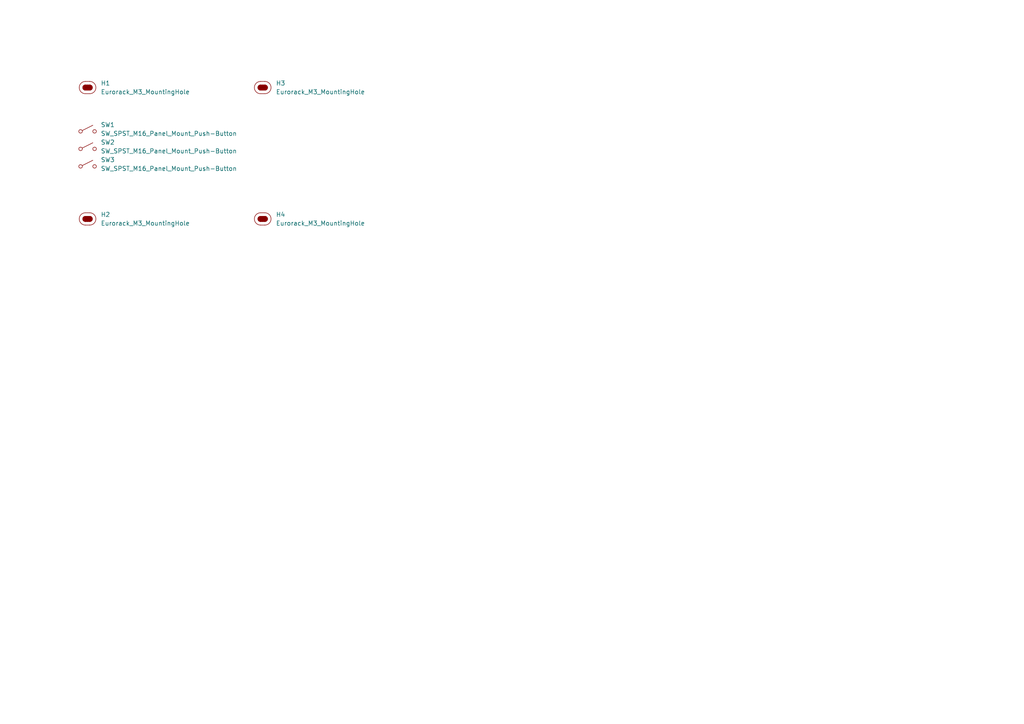
<source format=kicad_sch>
(kicad_sch (version 20250114) (generator "eeschema") (generator_version "9.0")
  (paper "A4")
  (lib_symbols
    (symbol "EXC:Eurorack_M3_MountingHole" (pin_names (offset 1.016))
      (property "Reference" "H" (at 0 5.08 0))
      (property "Value" "Eurorack_M3_MountingHole" (at 0 3.175 0))
      (symbol "Eurorack_M3_MountingHole_0_1"
        (polyline (pts (xy -0.635 0.762) (xy 0.635 0.762)))
        (circle (center -0.635 0) (radius 0.762) (fill (type outline)))
        (arc (start -0.635 -0.762) (mid -1.397 0) (end -0.635 0.762))
        (arc (start -0.635 -1.778) (mid -2.413 0) (end -0.635 1.778))
        (polyline (pts (xy -0.635 -0.762) (xy 0.635 -0.762)))
        (polyline (pts (xy -0.635 -1.778) (xy 0.635 -1.778)))
        (circle (center 0 0) (radius 0.762) (fill (type outline)))
        (polyline (pts (xy 0.635 1.778) (xy -0.635 1.778)))
        (arc (start 0.6141 1.778) (mid 2.4131 0) (end 0.6141 -1.778))
        (arc (start 0.6227 0.762) (mid 1.3971 0) (end 0.6227 -0.762))
        (circle (center 0.635 0) (radius 0.762) (fill (type outline)))
      )
    )
    (symbol "EXC:SW_SPST-M16_Panel_Mount_Push-Button" (pin_names (offset 0) (hide yes))
      (property "Reference" "SW" (at 0 3.175 0))
      (property "Value" "SW_SPST_M16_Panel_Mount_Push-Button" (at 0 -2.032 0))
      (symbol "SW_SPST-M16_Panel_Mount_Push-Button_0_0"
        (circle (center -2.032 0) (radius 0.508))
        (polyline (pts (xy -1.524 0.254) (xy 1.524 1.778)))
        (circle (center 2.032 0) (radius 0.508))
      )
    )
  )
  (symbol (lib_id "EXC:SW_SPST-M16_Panel_Mount_Push-Button") (at 25.4 38.1 0) (unit 1)
    (property "Reference" "SW1" (at 29.21 36.1949 0) (effects (justify left)))
    (property "Value" "SW_SPST_M16_Panel_Mount_Push-Button" (at 29.21 38.7349 0) (effects (justify left)))
    (property "Footprint" "EXC:SW_SPST_M16_Panel_Mount_Push-Button" (effects (hide yes)))
    (property "Datasheet" "https://ae01.alicdn.com/kf/Hb7108e41e3624ebcb499960f1397143a2.jpg" (effects (hide yes)))
    (property "Description" "Single Pole Single-Throw (SPST) M16 panel-mount Push-Button switch" (effects (hide yes)))
    (property "Source" "https://www.aliexpress.com/item/4000830670631.html" (effects (hide yes)))
  )
  (symbol (lib_id "EXC:SW_SPST-M16_Panel_Mount_Push-Button") (at 25.4 43.18 0) (unit 1)
    (property "Reference" "SW2" (at 29.21 41.2749 0) (effects (justify left)))
    (property "Value" "SW_SPST_M16_Panel_Mount_Push-Button" (at 29.21 43.8149 0) (effects (justify left)))
    (property "Footprint" "EXC:SW_SPST_M16_Panel_Mount_Push-Button" (effects (hide yes)))
    (property "Datasheet" "https://ae01.alicdn.com/kf/Hb7108e41e3624ebcb499960f1397143a2.jpg" (effects (hide yes)))
    (property "Description" "Single Pole Single-Throw (SPST) M16 panel-mount Push-Button switch" (effects (hide yes)))
    (property "Source" "https://www.aliexpress.com/item/4000830670631.html" (effects (hide yes)))
  )
  (symbol (lib_id "EXC:Eurorack_M3_MountingHole") (at 25.4 63.5 0) (unit 1)
    (property "Reference" "H2" (at 29.21 62.2299 0) (effects (justify left)))
    (property "Value" "Eurorack_M3_MountingHole" (at 29.21 64.7699 0) (effects (justify left)))
    (property "Footprint" "EXC:MountingHole_3.2mm_M3" (effects (hide yes)))
    (property "Description" "Mounting Hole without connection" (effects (hide yes)))
  )
  (symbol (lib_id "EXC:Eurorack_M3_MountingHole") (at 76.2 25.4 0) (unit 1)
    (property "Reference" "H3" (at 80.01 24.1299 0) (effects (justify left)))
    (property "Value" "Eurorack_M3_MountingHole" (at 80.01 26.6699 0) (effects (justify left)))
    (property "Footprint" "EXC:MountingHole_3.2mm_M3" (effects (hide yes)))
    (property "Description" "Mounting Hole without connection" (effects (hide yes)))
  )
  (symbol (lib_id "EXC:Eurorack_M3_MountingHole") (at 25.4 25.4 0) (unit 1)
    (property "Reference" "H1" (at 29.21 24.1299 0) (effects (justify left)))
    (property "Value" "Eurorack_M3_MountingHole" (at 29.21 26.6699 0) (effects (justify left)))
    (property "Footprint" "EXC:MountingHole_3.2mm_M3" (effects (hide yes)))
    (property "Description" "Mounting Hole without connection" (effects (hide yes)))
  )
  (symbol (lib_id "EXC:Eurorack_M3_MountingHole") (at 76.2 63.5 0) (unit 1)
    (property "Reference" "H4" (at 80.01 62.2299 0) (effects (justify left)))
    (property "Value" "Eurorack_M3_MountingHole" (at 80.01 64.7699 0) (effects (justify left)))
    (property "Footprint" "EXC:MountingHole_3.2mm_M3" (effects (hide yes)))
    (property "Description" "Mounting Hole without connection" (effects (hide yes)))
  )
  (symbol (lib_id "EXC:SW_SPST-M16_Panel_Mount_Push-Button") (at 25.4 48.26 0) (unit 1)
    (property "Reference" "SW3" (at 29.21 46.3549 0) (effects (justify left)))
    (property "Value" "SW_SPST_M16_Panel_Mount_Push-Button" (at 29.21 48.8949 0) (effects (justify left)))
    (property "Footprint" "EXC:SW_SPST_M16_Panel_Mount_Push-Button" (effects (hide yes)))
    (property "Datasheet" "https://ae01.alicdn.com/kf/Hb7108e41e3624ebcb499960f1397143a2.jpg" (effects (hide yes)))
    (property "Description" "Single Pole Single-Throw (SPST) M16 panel-mount Push-Button switch" (effects (hide yes)))
    (property "Source" "https://www.aliexpress.com/item/4000830670631.html" (effects (hide yes)))
  )
)
</source>
